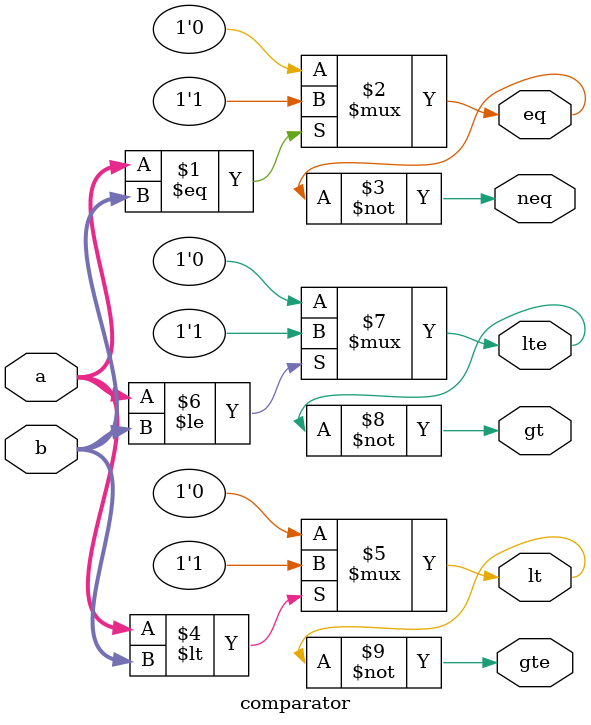
<source format=v>
/*
 * @Author: Eric Wong 
 * @Date: 2022-01-15 14:18:30 
 * @Last Modified by:   Eric Wong 
 * @Last Modified time: 2022-01-15 14:18:30 
 */

module comparator # (
        parameter Width = 32
    )
    (
        input   [Width-1:0] a   ,
        input   [Width-1:0] b   ,
        output              eq  ,
        output              neq ,
        output              lt  ,
        output              lte ,
        output              gt  ,
        output              gte
    );
    assign eq   =   (a == b) ?
                    1'b1 :
                    1'b0;

    assign neq  =   ~eq;

    assign lt   =   (a < b) ?
                    1'b1 :
                    1'b0;

    assign lte  =   (a <= b) ?
                    1'b1 :
                    1'b0;

    assign gt   =   ~lte;

    assign gte  =   ~lt;
endmodule

</source>
